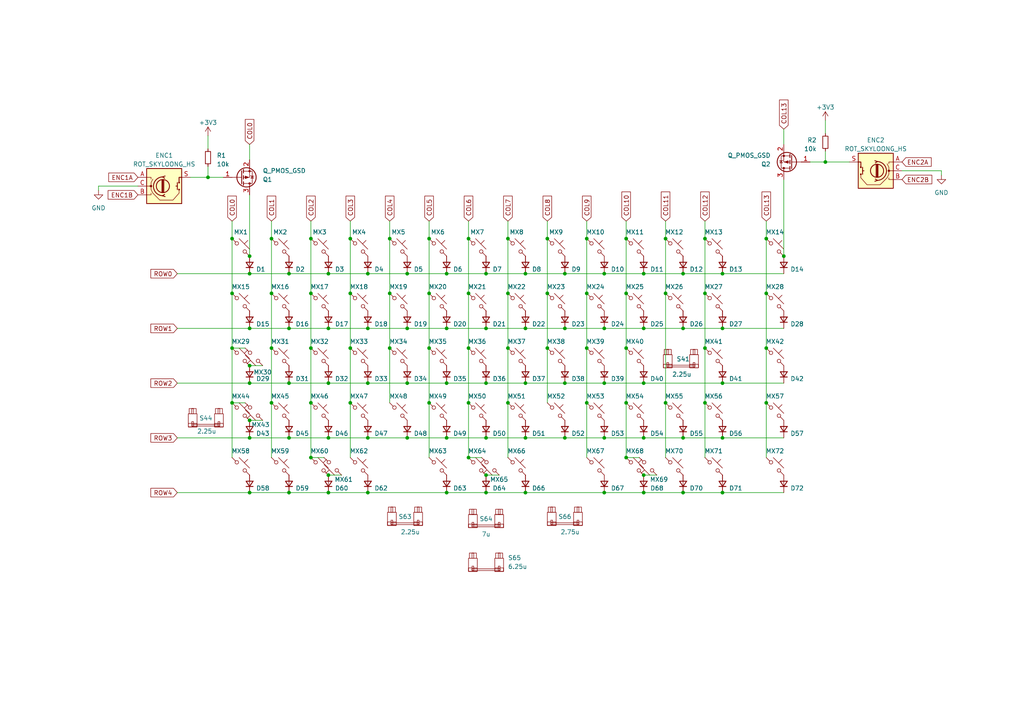
<source format=kicad_sch>
(kicad_sch (version 20231120) (generator "eeschema") (generator_version "8.0")
  (paper "A4")
  (junction (at 90.17 100.965))
  (junction (at 67.31 85.09))
  (junction (at 204.47 69.215))
  (junction (at 175.26 95.25))
  (junction (at 186.69 111.125))
  (junction (at 83.82 79.375))
  (junction (at 198.12 79.375))
  (junction (at 129.54 79.375))
  (junction (at 239.395 46.99))
  (junction (at 140.97 111.125))
  (junction (at 158.75 100.965))
  (junction (at 152.4 111.125))
  (junction (at 204.47 85.09))
  (junction (at 181.61 85.09))
  (junction (at 124.46 116.84))
  (junction (at 193.04 69.215))
  (junction (at 152.4 127))
  (junction (at 175.26 111.125))
  (junction (at 95.25 111.125))
  (junction (at 106.68 79.375))
  (junction (at 135.89 85.09))
  (junction (at 72.39 74.295))
  (junction (at 118.11 111.125))
  (junction (at 124.46 85.09))
  (junction (at 72.39 79.375))
  (junction (at 198.12 142.875))
  (junction (at 90.17 116.84))
  (junction (at 175.26 142.875))
  (junction (at 181.61 132.715))
  (junction (at 135.89 100.965))
  (junction (at 163.83 95.25))
  (junction (at 209.55 95.25))
  (junction (at 118.11 127))
  (junction (at 124.46 69.215))
  (junction (at 78.74 116.84))
  (junction (at 129.54 111.125))
  (junction (at 222.25 116.84))
  (junction (at 101.6 116.84))
  (junction (at 186.69 142.875))
  (junction (at 78.74 85.09))
  (junction (at 124.46 100.965))
  (junction (at 170.18 100.965))
  (junction (at 227.33 74.295))
  (junction (at 186.69 127))
  (junction (at 170.18 69.215))
  (junction (at 90.17 132.715))
  (junction (at 193.04 85.09))
  (junction (at 140.97 127))
  (junction (at 209.55 111.125))
  (junction (at 222.25 100.965))
  (junction (at 181.61 116.84))
  (junction (at 175.26 79.375))
  (junction (at 204.47 100.965))
  (junction (at 135.89 69.215))
  (junction (at 106.68 95.25))
  (junction (at 101.6 85.09))
  (junction (at 101.6 69.215))
  (junction (at 147.32 100.965))
  (junction (at 163.83 79.375))
  (junction (at 90.17 85.09))
  (junction (at 113.03 69.215))
  (junction (at 72.39 95.25))
  (junction (at 106.68 142.875))
  (junction (at 78.74 69.215))
  (junction (at 209.55 127))
  (junction (at 95.25 127))
  (junction (at 140.97 137.795))
  (junction (at 222.25 69.215))
  (junction (at 83.82 127))
  (junction (at 67.31 116.84))
  (junction (at 135.89 116.84))
  (junction (at 118.11 79.375))
  (junction (at 147.32 69.215))
  (junction (at 78.74 100.965))
  (junction (at 72.39 106.045))
  (junction (at 106.68 111.125))
  (junction (at 163.83 111.125))
  (junction (at 129.54 142.875))
  (junction (at 72.39 142.875))
  (junction (at 140.97 142.875))
  (junction (at 170.18 85.09))
  (junction (at 209.55 79.375))
  (junction (at 67.31 69.215))
  (junction (at 72.39 127))
  (junction (at 193.04 116.84))
  (junction (at 135.89 132.715))
  (junction (at 209.55 142.875))
  (junction (at 129.54 127))
  (junction (at 83.82 111.125))
  (junction (at 152.4 79.375))
  (junction (at 113.03 100.965))
  (junction (at 106.68 127))
  (junction (at 186.69 137.795))
  (junction (at 95.25 142.875))
  (junction (at 95.25 137.795))
  (junction (at 147.32 116.84))
  (junction (at 175.26 127))
  (junction (at 60.325 51.435))
  (junction (at 83.82 95.25))
  (junction (at 147.32 85.09))
  (junction (at 101.6 100.965))
  (junction (at 204.47 116.84))
  (junction (at 152.4 142.875))
  (junction (at 152.4 95.25))
  (junction (at 67.31 100.965))
  (junction (at 186.69 95.25))
  (junction (at 158.75 69.215))
  (junction (at 95.25 79.375))
  (junction (at 72.39 111.125))
  (junction (at 181.61 69.215))
  (junction (at 118.11 95.25))
  (junction (at 140.97 95.25))
  (junction (at 186.69 79.375))
  (junction (at 198.12 95.25))
  (junction (at 198.12 127))
  (junction (at 158.75 85.09))
  (junction (at 83.82 142.875))
  (junction (at 72.39 121.92))
  (junction (at 113.03 85.09))
  (junction (at 181.61 100.965))
  (junction (at 140.97 79.375))
  (junction (at 222.25 85.09))
  (junction (at 95.25 95.25))
  (junction (at 129.54 95.25))
  (junction (at 163.83 127))
  (junction (at 90.17 69.215))
  (junction (at 170.18 116.84))
  (wire (pts (xy 152.4 95.25) (xy 163.83 95.25)))
  (wire (pts (xy 209.55 79.375) (xy 227.33 79.375)))
  (wire (pts (xy 140.97 137.795) (xy 144.78 137.795)))
  (wire (pts (xy 198.12 142.875) (xy 209.55 142.875)))
  (wire (pts (xy 90.17 116.84) (xy 90.17 132.715)))
  (wire (pts (xy 261.62 49.53) (xy 273.05 49.53)))
  (wire (pts (xy 239.395 43.815) (xy 239.395 46.99)))
  (wire (pts (xy 147.32 85.09) (xy 147.32 100.965)))
  (wire (pts (xy 222.25 116.84) (xy 222.25 132.715)))
  (wire (pts (xy 181.61 64.135) (xy 181.61 69.215)))
  (wire (pts (xy 152.4 127) (xy 163.83 127)))
  (wire (pts (xy 135.89 69.215) (xy 135.89 85.09)))
  (wire (pts (xy 129.54 142.875) (xy 140.97 142.875)))
  (wire (pts (xy 198.12 127) (xy 209.55 127)))
  (wire (pts (xy 67.31 64.135) (xy 67.31 69.215)))
  (wire (pts (xy 186.69 111.125) (xy 209.55 111.125)))
  (wire (pts (xy 181.61 85.09) (xy 181.61 100.965)))
  (wire (pts (xy 124.46 69.215) (xy 124.46 85.09)))
  (wire (pts (xy 140.97 79.375) (xy 152.4 79.375)))
  (wire (pts (xy 90.17 69.215) (xy 90.17 85.09)))
  (wire (pts (xy 181.61 69.215) (xy 181.61 85.09)))
  (wire (pts (xy 129.54 111.125) (xy 140.97 111.125)))
  (wire (pts (xy 95.25 127) (xy 106.68 127)))
  (wire (pts (xy 140.97 142.875) (xy 152.4 142.875)))
  (wire (pts (xy 78.74 85.09) (xy 78.74 100.965)))
  (wire (pts (xy 152.4 111.125) (xy 163.83 111.125)))
  (wire (pts (xy 239.395 46.99) (xy 234.95 46.99)))
  (wire (pts (xy 147.32 69.215) (xy 147.32 85.09)))
  (wire (pts (xy 124.46 100.965) (xy 124.46 116.84)))
  (wire (pts (xy 135.89 132.715) (xy 139.7 132.715)))
  (wire (pts (xy 124.46 116.84) (xy 124.46 132.715)))
  (wire (pts (xy 40.005 53.975) (xy 28.575 53.975)))
  (wire (pts (xy 67.31 100.965) (xy 71.12 100.965)))
  (wire (pts (xy 95.25 137.795) (xy 99.06 137.795)))
  (wire (pts (xy 90.17 85.09) (xy 90.17 100.965)))
  (wire (pts (xy 95.25 79.375) (xy 106.68 79.375)))
  (wire (pts (xy 67.31 100.965) (xy 67.31 116.84)))
  (wire (pts (xy 170.18 64.135) (xy 170.18 69.215)))
  (wire (pts (xy 60.325 39.37) (xy 60.325 43.18)))
  (wire (pts (xy 113.03 64.135) (xy 113.03 69.215)))
  (wire (pts (xy 113.03 69.215) (xy 113.03 85.09)))
  (wire (pts (xy 222.25 64.135) (xy 222.25 69.215)))
  (wire (pts (xy 72.39 106.045) (xy 76.2 106.045)))
  (wire (pts (xy 204.47 64.135) (xy 204.47 69.215)))
  (wire (pts (xy 193.04 69.215) (xy 193.04 85.09)))
  (wire (pts (xy 222.25 85.09) (xy 222.25 100.965)))
  (wire (pts (xy 95.25 95.25) (xy 106.68 95.25)))
  (wire (pts (xy 129.54 79.375) (xy 140.97 79.375)))
  (wire (pts (xy 83.82 111.125) (xy 95.25 111.125)))
  (wire (pts (xy 135.89 100.965) (xy 135.89 116.84)))
  (wire (pts (xy 186.69 137.795) (xy 190.5 137.795)))
  (wire (pts (xy 83.82 95.25) (xy 95.25 95.25)))
  (wire (pts (xy 106.68 142.875) (xy 129.54 142.875)))
  (wire (pts (xy 129.54 95.25) (xy 140.97 95.25)))
  (wire (pts (xy 55.245 51.435) (xy 60.325 51.435)))
  (wire (pts (xy 124.46 85.09) (xy 124.46 100.965)))
  (wire (pts (xy 106.68 111.125) (xy 118.11 111.125)))
  (wire (pts (xy 72.39 56.515) (xy 72.39 74.295)))
  (wire (pts (xy 198.12 79.375) (xy 209.55 79.375)))
  (wire (pts (xy 163.83 95.25) (xy 175.26 95.25)))
  (wire (pts (xy 186.69 95.25) (xy 198.12 95.25)))
  (wire (pts (xy 78.74 116.84) (xy 78.74 132.715)))
  (wire (pts (xy 158.75 100.965) (xy 158.75 116.84)))
  (wire (pts (xy 72.39 142.875) (xy 83.82 142.875)))
  (wire (pts (xy 140.97 111.125) (xy 152.4 111.125)))
  (wire (pts (xy 158.75 85.09) (xy 158.75 100.965)))
  (wire (pts (xy 175.26 79.375) (xy 186.69 79.375)))
  (wire (pts (xy 101.6 69.215) (xy 101.6 85.09)))
  (wire (pts (xy 118.11 79.375) (xy 129.54 79.375)))
  (wire (pts (xy 158.75 69.215) (xy 158.75 85.09)))
  (wire (pts (xy 129.54 127) (xy 140.97 127)))
  (wire (pts (xy 78.74 69.215) (xy 78.74 85.09)))
  (wire (pts (xy 60.325 51.435) (xy 64.77 51.435)))
  (wire (pts (xy 239.395 34.925) (xy 239.395 38.735)))
  (wire (pts (xy 135.89 64.135) (xy 135.89 69.215)))
  (wire (pts (xy 175.26 127) (xy 186.69 127)))
  (wire (pts (xy 135.89 116.84) (xy 135.89 132.715)))
  (wire (pts (xy 101.6 100.965) (xy 101.6 116.84)))
  (wire (pts (xy 67.31 116.84) (xy 67.31 132.715)))
  (wire (pts (xy 163.83 127) (xy 175.26 127)))
  (wire (pts (xy 209.55 95.25) (xy 227.33 95.25)))
  (wire (pts (xy 95.25 142.875) (xy 106.68 142.875)))
  (wire (pts (xy 95.25 111.125) (xy 106.68 111.125)))
  (wire (pts (xy 170.18 100.965) (xy 170.18 116.84)))
  (wire (pts (xy 181.61 132.715) (xy 185.42 132.715)))
  (wire (pts (xy 181.61 100.965) (xy 181.61 116.84)))
  (wire (pts (xy 51.435 127) (xy 72.39 127)))
  (wire (pts (xy 72.39 41.91) (xy 72.39 46.355)))
  (wire (pts (xy 60.325 48.26) (xy 60.325 51.435)))
  (wire (pts (xy 113.03 100.965) (xy 113.03 116.84)))
  (wire (pts (xy 193.04 116.84) (xy 193.04 132.715)))
  (wire (pts (xy 175.26 142.875) (xy 186.69 142.875)))
  (wire (pts (xy 152.4 79.375) (xy 163.83 79.375)))
  (wire (pts (xy 181.61 116.84) (xy 181.61 132.715)))
  (wire (pts (xy 140.97 95.25) (xy 152.4 95.25)))
  (wire (pts (xy 78.74 100.965) (xy 78.74 116.84)))
  (wire (pts (xy 147.32 100.965) (xy 147.32 116.84)))
  (wire (pts (xy 175.26 111.125) (xy 186.69 111.125)))
  (wire (pts (xy 83.82 142.875) (xy 95.25 142.875)))
  (wire (pts (xy 186.69 142.875) (xy 198.12 142.875)))
  (wire (pts (xy 193.04 85.09) (xy 193.04 116.84)))
  (wire (pts (xy 147.32 116.84) (xy 147.32 132.715)))
  (wire (pts (xy 163.83 111.125) (xy 175.26 111.125)))
  (wire (pts (xy 118.11 127) (xy 129.54 127)))
  (wire (pts (xy 227.33 52.07) (xy 227.33 74.295)))
  (wire (pts (xy 147.32 64.135) (xy 147.32 69.215)))
  (wire (pts (xy 186.69 127) (xy 198.12 127)))
  (wire (pts (xy 170.18 85.09) (xy 170.18 100.965)))
  (wire (pts (xy 124.46 64.135) (xy 124.46 69.215)))
  (wire (pts (xy 72.39 95.25) (xy 83.82 95.25)))
  (wire (pts (xy 67.31 116.84) (xy 71.12 116.84)))
  (wire (pts (xy 51.435 142.875) (xy 72.39 142.875)))
  (wire (pts (xy 83.82 79.375) (xy 95.25 79.375)))
  (wire (pts (xy 198.12 95.25) (xy 209.55 95.25)))
  (wire (pts (xy 204.47 116.84) (xy 204.47 132.715)))
  (wire (pts (xy 106.68 79.375) (xy 118.11 79.375)))
  (wire (pts (xy 67.31 69.215) (xy 67.31 85.09)))
  (wire (pts (xy 204.47 85.09) (xy 204.47 100.965)))
  (wire (pts (xy 101.6 116.84) (xy 101.6 132.715)))
  (wire (pts (xy 222.25 100.965) (xy 222.25 116.84)))
  (wire (pts (xy 222.25 69.215) (xy 222.25 85.09)))
  (wire (pts (xy 90.17 64.135) (xy 90.17 69.215)))
  (wire (pts (xy 204.47 100.965) (xy 204.47 116.84)))
  (wire (pts (xy 239.395 46.99) (xy 246.38 46.99)))
  (wire (pts (xy 170.18 69.215) (xy 170.18 85.09)))
  (wire (pts (xy 140.97 127) (xy 152.4 127)))
  (wire (pts (xy 204.47 69.215) (xy 204.47 85.09)))
  (wire (pts (xy 28.575 53.975) (xy 28.575 55.245)))
  (wire (pts (xy 90.17 100.965) (xy 90.17 116.84)))
  (wire (pts (xy 51.435 111.125) (xy 72.39 111.125)))
  (wire (pts (xy 72.39 121.92) (xy 76.2 121.92)))
  (wire (pts (xy 72.39 79.375) (xy 83.82 79.375)))
  (wire (pts (xy 163.83 79.375) (xy 175.26 79.375)))
  (wire (pts (xy 51.435 95.25) (xy 72.39 95.25)))
  (wire (pts (xy 90.17 132.715) (xy 93.98 132.715)))
  (wire (pts (xy 118.11 95.25) (xy 129.54 95.25)))
  (wire (pts (xy 209.55 111.125) (xy 227.33 111.125)))
  (wire (pts (xy 106.68 127) (xy 118.11 127)))
  (wire (pts (xy 101.6 85.09) (xy 101.6 100.965)))
  (wire (pts (xy 158.75 64.135) (xy 158.75 69.215)))
  (wire (pts (xy 209.55 142.875) (xy 227.33 142.875)))
  (wire (pts (xy 113.03 85.09) (xy 113.03 100.965)))
  (wire (pts (xy 175.26 95.25) (xy 186.69 95.25)))
  (wire (pts (xy 78.74 64.135) (xy 78.74 69.215)))
  (wire (pts (xy 106.68 95.25) (xy 118.11 95.25)))
  (wire (pts (xy 101.6 64.135) (xy 101.6 69.215)))
  (wire (pts (xy 72.39 111.125) (xy 83.82 111.125)))
  (wire (pts (xy 209.55 127) (xy 227.33 127)))
  (wire (pts (xy 186.69 79.375) (xy 198.12 79.375)))
  (wire (pts (xy 83.82 127) (xy 95.25 127)))
  (wire (pts (xy 273.05 49.53) (xy 273.05 50.8)))
  (wire (pts (xy 67.31 85.09) (xy 67.31 100.965)))
  (wire (pts (xy 170.18 116.84) (xy 170.18 132.715)))
  (wire (pts (xy 51.435 79.375) (xy 72.39 79.375)))
  (wire (pts (xy 152.4 142.875) (xy 175.26 142.875)))
  (wire (pts (xy 118.11 111.125) (xy 129.54 111.125)))
  (wire (pts (xy 135.89 85.09) (xy 135.89 100.965)))
  (wire (pts (xy 227.33 37.465) (xy 227.33 41.91)))
  (wire (pts (xy 72.39 127) (xy 83.82 127)))
  (wire (pts (xy 193.04 64.135) (xy 193.04 69.215)))
  (global_label "ROW0" (shape input) (at 51.435 79.375 180) (property "Intersheetrefs" "${INTERSHEET_REFS}" (effects (hide yes))))
  (global_label "ROW1" (shape input) (at 51.435 95.25 180) (property "Intersheetrefs" "${INTERSHEET_REFS}" (effects (hide yes))))
  (global_label "COL5" (shape input) (at 124.46 64.135 90) (property "Intersheetrefs" "${INTERSHEET_REFS}" (effects (hide yes))))
  (global_label "ENC2B" (shape input) (at 261.62 52.07 0) (property "Intersheetrefs" "${INTERSHEET_REFS}" (effects (hide yes))))
  (global_label "ENC1B" (shape input) (at 40.005 56.515 180) (property "Intersheetrefs" "${INTERSHEET_REFS}" (effects (hide yes))))
  (global_label "ENC1A" (shape input) (at 40.005 51.435 180) (property "Intersheetrefs" "${INTERSHEET_REFS}" (effects (hide yes))))
  (global_label "COL13" (shape input) (at 222.25 64.135 90) (property "Intersheetrefs" "${INTERSHEET_REFS}" (effects (hide yes))))
  (global_label "COL11" (shape input) (at 193.04 64.135 90) (property "Intersheetrefs" "${INTERSHEET_REFS}" (effects (hide yes))))
  (global_label "COL1" (shape input) (at 78.74 64.135 90) (property "Intersheetrefs" "${INTERSHEET_REFS}" (effects (hide yes))))
  (global_label "COL12" (shape input) (at 204.47 64.135 90) (property "Intersheetrefs" "${INTERSHEET_REFS}" (effects (hide yes))))
  (global_label "COL2" (shape input) (at 90.17 64.135 90) (property "Intersheetrefs" "${INTERSHEET_REFS}" (effects (hide yes))))
  (global_label "ROW3" (shape input) (at 51.435 127 180) (property "Intersheetrefs" "${INTERSHEET_REFS}" (effects (hide yes))))
  (global_label "COL13" (shape input) (at 227.33 37.465 90) (property "Intersheetrefs" "${INTERSHEET_REFS}" (effects (hide yes))))
  (global_label "ENC2A" (shape input) (at 261.62 46.99 0) (property "Intersheetrefs" "${INTERSHEET_REFS}" (effects (hide yes))))
  (global_label "COL10" (shape input) (at 181.61 64.135 90) (property "Intersheetrefs" "${INTERSHEET_REFS}" (effects (hide yes))))
  (global_label "COL6" (shape input) (at 135.89 64.135 90) (property "Intersheetrefs" "${INTERSHEET_REFS}" (effects (hide yes))))
  (global_label "COL9" (shape input) (at 170.18 64.135 90) (property "Intersheetrefs" "${INTERSHEET_REFS}" (effects (hide yes))))
  (global_label "COL7" (shape input) (at 147.32 64.135 90) (property "Intersheetrefs" "${INTERSHEET_REFS}" (effects (hide yes))))
  (global_label "COL0" (shape input) (at 72.39 41.91 90) (property "Intersheetrefs" "${INTERSHEET_REFS}" (effects (hide yes))))
  (global_label "COL8" (shape input) (at 158.75 64.135 90) (property "Intersheetrefs" "${INTERSHEET_REFS}" (effects (hide yes))))
  (global_label "COL3" (shape input) (at 101.6 64.135 90) (property "Intersheetrefs" "${INTERSHEET_REFS}" (effects (hide yes))))
  (global_label "COL4" (shape input) (at 113.03 64.135 90) (property "Intersheetrefs" "${INTERSHEET_REFS}" (effects (hide yes))))
  (global_label "ROW4" (shape input) (at 51.435 142.875 180) (property "Intersheetrefs" "${INTERSHEET_REFS}" (effects (hide yes))))
  (global_label "ROW2" (shape input) (at 51.435 111.125 180) (property "Intersheetrefs" "${INTERSHEET_REFS}" (effects (hide yes))))
  (global_label "COL0" (shape input) (at 67.31 64.135 90) (property "Intersheetrefs" "${INTERSHEET_REFS}" (effects (hide yes))))
  (symbol (lib_id "PCM_marbastlib-mx:MX_SW_HS_CPG151101S11") (at 224.79 103.505 0) (unit 1)
    (property "Reference" "MX42" (at 224.79 99.06 0))
    (property "Value" "MX_SW_HS" (effects (hide yes)))
    (property "Footprint" "PCM_marbastlib-mx:SW_MX_HS_CPG151101S11_1u" (effects (hide yes)))
  )
  (symbol (lib_id "Device:D_Small") (at 129.54 108.585 90) (unit 1)
    (property "Reference" "D35" (at 131.445 109.855 90) (effects (justify right)))
    (property "Value" "D_Small" (effects (hide yes)))
    (property "Footprint" "Diode_SMD:D_SOD-123" (effects (hide yes)))
    (property "Sim.Device" "D" (effects (hide yes)))
    (property "Sim.Pins" "1=K 2=A" (effects (hide yes)))
  )
  (symbol (lib_id "Device:R_Small") (at 60.325 45.72 0) (unit 1)
    (property "Reference" "R1" (at 62.865 45.085 0) (effects (justify left)))
    (property "Value" "10k" (at 62.865 47.625 0) (effects (justify left)))
    (property "Footprint" "Resistor_SMD:R_0603_1608Metric" (effects (hide yes)))
  )
  (symbol (lib_id "Device:D_Small") (at 163.83 124.46 90) (unit 1)
    (property "Reference" "D52" (at 165.735 125.73 90) (effects (justify right)))
    (property "Value" "D_Small" (effects (hide yes)))
    (property "Footprint" "Diode_SMD:D_SOD-123" (effects (hide yes)))
    (property "Sim.Device" "D" (effects (hide yes)))
    (property "Sim.Pins" "1=K 2=A" (effects (hide yes)))
  )
  (symbol (lib_id "Device:D_Small") (at 95.25 76.835 90) (unit 1)
    (property "Reference" "D3" (at 97.155 78.105 90) (effects (justify right)))
    (property "Value" "D_Small" (effects (hide yes)))
    (property "Footprint" "Diode_SMD:D_SOD-123" (effects (hide yes)))
    (property "Sim.Device" "D" (effects (hide yes)))
    (property "Sim.Pins" "1=K 2=A" (effects (hide yes)))
  )
  (symbol (lib_id "Device:D_Small") (at 163.83 108.585 90) (unit 1)
    (property "Reference" "D38" (at 165.735 109.855 90) (effects (justify right)))
    (property "Value" "D_Small" (effects (hide yes)))
    (property "Footprint" "Diode_SMD:D_SOD-123" (effects (hide yes)))
    (property "Sim.Device" "D" (effects (hide yes)))
    (property "Sim.Pins" "1=K 2=A" (effects (hide yes)))
  )
  (symbol (lib_id "Device:D_Small") (at 83.82 76.835 90) (unit 1)
    (property "Reference" "D2" (at 85.725 78.105 90) (effects (justify right)))
    (property "Value" "D_Small" (effects (hide yes)))
    (property "Footprint" "Diode_SMD:D_SOD-123" (effects (hide yes)))
    (property "Sim.Device" "D" (effects (hide yes)))
    (property "Sim.Pins" "1=K 2=A" (effects (hide yes)))
  )
  (symbol (lib_id "Device:D_Small") (at 72.39 92.71 90) (unit 1)
    (property "Reference" "D15" (at 74.295 93.98 90) (effects (justify right)))
    (property "Value" "D_Small" (effects (hide yes)))
    (property "Footprint" "Diode_SMD:D_SOD-123" (effects (hide yes)))
    (property "Sim.Device" "D" (effects (hide yes)))
    (property "Sim.Pins" "1=K 2=A" (effects (hide yes)))
  )
  (symbol (lib_id "PCM_marbastlib-mx:MX_stab") (at 197.485 104.14 0) (unit 1)
    (property "Reference" "S41" (at 196.215 104.14 0) (effects (justify left)))
    (property "Value" "2.25u" (at 194.945 108.585 0) (effects (justify left)))
    (property "Footprint" "PCM_marbastlib-mx:STAB_MX_P_2.25u" (effects (hide yes)))
  )
  (symbol (lib_id "PCM_marbastlib-mx:MX_SW_HS_CPG151101S11") (at 92.71 71.755 0) (unit 1)
    (property "Reference" "MX3" (at 92.71 67.31 0))
    (property "Value" "MX_SW_HS" (effects (hide yes)))
    (property "Footprint" "PCM_marbastlib-mx:SW_MX_HS_CPG151101S11_1u" (effects (hide yes)))
  )
  (symbol (lib_id "Device:D_Small") (at 83.82 140.335 90) (unit 1)
    (property "Reference" "D59" (at 85.725 141.605 90) (effects (justify right)))
    (property "Value" "D_Small" (effects (hide yes)))
    (property "Footprint" "Diode_SMD:D_SOD-123" (effects (hide yes)))
    (property "Sim.Device" "D" (effects (hide yes)))
    (property "Sim.Pins" "1=K 2=A" (effects (hide yes)))
  )
  (symbol (lib_id "Device:D_Small") (at 152.4 140.335 90) (unit 1)
    (property "Reference" "D66" (at 154.305 141.605 90) (effects (justify right)))
    (property "Value" "D_Small" (effects (hide yes)))
    (property "Footprint" "Diode_SMD:D_SOD-123" (effects (hide yes)))
    (property "Sim.Device" "D" (effects (hide yes)))
    (property "Sim.Pins" "1=K 2=A" (effects (hide yes)))
  )
  (symbol (lib_id "PCM_marbastlib-mx:MX_SW_HS_CPG151101S11") (at 172.72 71.755 0) (unit 1)
    (property "Reference" "MX10" (at 172.72 67.31 0))
    (property "Value" "MX_SW_HS" (effects (hide yes)))
    (property "Footprint" "PCM_marbastlib-mx:SW_MX_HS_CPG151101S11_1u" (effects (hide yes)))
  )
  (symbol (lib_id "PCM_marbastlib-mx:MX_stab") (at 140.97 163.195 0) (unit 1)
    (property "Reference" "S65" (at 147.32 161.7979 0) (effects (justify left)))
    (property "Value" "6.25u" (at 147.32 164.3379 0) (effects (justify left)))
    (property "Footprint" "PCM_marbastlib-mx:STAB_MX_P_6.25u" (effects (hide yes)))
    (property "Description" "Cherry MX-style stabilizer" (effects (hide yes)))
  )
  (symbol (lib_id "Device:D_Small") (at 140.97 76.835 90) (unit 1)
    (property "Reference" "D7" (at 142.875 78.105 90) (effects (justify right)))
    (property "Value" "D_Small" (effects (hide yes)))
    (property "Footprint" "Diode_SMD:D_SOD-123" (effects (hide yes)))
    (property "Sim.Device" "D" (effects (hide yes)))
    (property "Sim.Pins" "1=K 2=A" (effects (hide yes)))
  )
  (symbol (lib_id "PCM_marbastlib-mx:MX_SW_HS_CPG151101S11") (at 81.28 119.38 0) (unit 1)
    (property "Reference" "MX45" (at 81.28 114.935 0))
    (property "Value" "MX_SW_HS" (effects (hide yes)))
    (property "Footprint" "PCM_marbastlib-mx:SW_MX_HS_CPG151101S11_1u" (effects (hide yes)))
  )
  (symbol (lib_id "PCM_marbastlib-mx:MX_SW_HS_CPG151101S11") (at 224.79 71.755 0) (unit 1)
    (property "Reference" "MX14" (at 224.79 67.31 0))
    (property "Value" "MX_SW_HS" (effects (hide yes)))
    (property "Footprint" "PCM_marbastlib-mx:SW_MX_HS_CPG151101S11_1u" (effects (hide yes)))
  )
  (symbol (lib_id "power:GND") (at 28.575 55.245 0) (unit 1)
    (property "Reference" "#PWR05" (effects (hide yes)))
    (property "Value" "GND" (at 28.575 60.325 0))
  )
  (symbol (lib_id "Device:D_Small") (at 95.25 124.46 90) (unit 1)
    (property "Reference" "D46" (at 97.155 125.73 90) (effects (justify right)))
    (property "Value" "D_Small" (effects (hide yes)))
    (property "Footprint" "Diode_SMD:D_SOD-123" (effects (hide yes)))
    (property "Sim.Device" "D" (effects (hide yes)))
    (property "Sim.Pins" "1=K 2=A" (effects (hide yes)))
  )
  (symbol (lib_id "Device:D_Small") (at 129.54 140.335 90) (unit 1)
    (property "Reference" "D63" (at 131.445 141.605 90) (effects (justify right)))
    (property "Value" "D_Small" (effects (hide yes)))
    (property "Footprint" "Diode_SMD:D_SOD-123" (effects (hide yes)))
    (property "Sim.Device" "D" (effects (hide yes)))
    (property "Sim.Pins" "1=K 2=A" (effects (hide yes)))
  )
  (symbol (lib_id "Device:D_Small") (at 175.26 92.71 90) (unit 1)
    (property "Reference" "D24" (at 177.165 93.98 90) (effects (justify right)))
    (property "Value" "D_Small" (effects (hide yes)))
    (property "Footprint" "Diode_SMD:D_SOD-123" (effects (hide yes)))
    (property "Sim.Device" "D" (effects (hide yes)))
    (property "Sim.Pins" "1=K 2=A" (effects (hide yes)))
  )
  (symbol (lib_id "PCM_marbastlib-mx:MX_SW_HS_CPG151101S11") (at 115.57 87.63 0) (unit 1)
    (property "Reference" "MX19" (at 115.57 83.185 0))
    (property "Value" "MX_SW_HS" (effects (hide yes)))
    (property "Footprint" "PCM_marbastlib-mx:SW_MX_HS_CPG151101S11_1u" (effects (hide yes)))
  )
  (symbol (lib_id "Device:D_Small") (at 72.39 76.835 90) (unit 1)
    (property "Reference" "D1" (at 74.295 78.105 90) (effects (justify right)))
    (property "Value" "D_Small" (effects (hide yes)))
    (property "Footprint" "Diode_SMD:D_SOD-123" (effects (hide yes)))
    (property "Sim.Device" "D" (effects (hide yes)))
    (property "Sim.Pins" "1=K 2=A" (effects (hide yes)))
  )
  (symbol (lib_id "Device:D_Small") (at 227.33 92.71 90) (unit 1)
    (property "Reference" "D28" (at 229.235 93.98 90) (effects (justify right)))
    (property "Value" "D_Small" (effects (hide yes)))
    (property "Footprint" "Diode_SMD:D_SOD-123" (effects (hide yes)))
    (property "Sim.Device" "D" (effects (hide yes)))
    (property "Sim.Pins" "1=K 2=A" (effects (hide yes)))
  )
  (symbol (lib_id "PCM_marbastlib-mx:MX_SW_HS_CPG151101S11") (at 184.15 71.755 0) (unit 1)
    (property "Reference" "MX11" (at 184.15 67.31 0))
    (property "Value" "MX_SW_HS" (effects (hide yes)))
    (property "Footprint" "PCM_marbastlib-mx:SW_MX_HS_CPG151101S11_1u" (effects (hide yes)))
  )
  (symbol (lib_id "Device:D_Small") (at 198.12 76.835 90) (unit 1)
    (property "Reference" "D12" (at 200.025 78.105 90) (effects (justify right)))
    (property "Value" "D_Small" (effects (hide yes)))
    (property "Footprint" "Diode_SMD:D_SOD-123" (effects (hide yes)))
    (property "Sim.Device" "D" (effects (hide yes)))
    (property "Sim.Pins" "1=K 2=A" (effects (hide yes)))
  )
  (symbol (lib_id "PCM_marbastlib-mx:MX_SW_HS_CPG151101S11") (at 184.15 87.63 0) (unit 1)
    (property "Reference" "MX25" (at 184.15 83.185 0))
    (property "Value" "MX_SW_HS" (effects (hide yes)))
    (property "Footprint" "PCM_marbastlib-mx:SW_MX_HS_CPG151101S11_1u" (effects (hide yes)))
  )
  (symbol (lib_id "Device:D_Small") (at 106.68 140.335 90) (unit 1)
    (property "Reference" "D62" (at 108.585 141.605 90) (effects (justify right)))
    (property "Value" "D_Small" (effects (hide yes)))
    (property "Footprint" "Diode_SMD:D_SOD-123" (effects (hide yes)))
    (property "Sim.Device" "D" (effects (hide yes)))
    (property "Sim.Pins" "1=K 2=A" (effects (hide yes)))
  )
  (symbol (lib_id "Device:D_Small") (at 152.4 124.46 90) (unit 1)
    (property "Reference" "D51" (at 154.305 125.73 90) (effects (justify right)))
    (property "Value" "D_Small" (effects (hide yes)))
    (property "Footprint" "Diode_SMD:D_SOD-123" (effects (hide yes)))
    (property "Sim.Device" "D" (effects (hide yes)))
    (property "Sim.Pins" "1=K 2=A" (effects (hide yes)))
  )
  (symbol (lib_id "PCM_marbastlib-mx:MX_SW_HS_CPG151101S11") (at 104.14 87.63 0) (unit 1)
    (property "Reference" "MX18" (at 104.14 83.185 0))
    (property "Value" "MX_SW_HS" (effects (hide yes)))
    (property "Footprint" "PCM_marbastlib-mx:SW_MX_HS_CPG151101S11_1u" (effects (hide yes)))
  )
  (symbol (lib_id "power:+3V3") (at 60.325 39.37 0) (unit 1)
    (property "Reference" "#PWR010" (effects (hide yes)))
    (property "Value" "+3V3" (at 60.325 35.56 0))
  )
  (symbol (lib_id "PCM_marbastlib-mx:MX_SW_HS_CPG151101S11") (at 127 135.255 0) (unit 1)
    (property "Reference" "MX63" (at 127 130.81 0))
    (property "Value" "MX_SW_HS" (effects (hide yes)))
    (property "Footprint" "PCM_marbastlib-mx:SW_MX_HS_CPG151101S11_1u" (effects (hide yes)))
  )
  (symbol (lib_id "Device:D_Small") (at 175.26 124.46 90) (unit 1)
    (property "Reference" "D53" (at 177.165 125.73 90) (effects (justify right)))
    (property "Value" "D_Small" (effects (hide yes)))
    (property "Footprint" "Diode_SMD:D_SOD-123" (effects (hide yes)))
    (property "Sim.Device" "D" (effects (hide yes)))
    (property "Sim.Pins" "1=K 2=A" (effects (hide yes)))
  )
  (symbol (lib_id "PCM_marbastlib-mx:MX_SW_HS_CPG151101S11") (at 149.86 87.63 0) (unit 1)
    (property "Reference" "MX22" (at 149.86 83.185 0))
    (property "Value" "MX_SW_HS" (effects (hide yes)))
    (property "Footprint" "PCM_marbastlib-mx:SW_MX_HS_CPG151101S11_1u" (effects (hide yes)))
  )
  (symbol (lib_id "Device:D_Small") (at 129.54 76.835 90) (unit 1)
    (property "Reference" "D6" (at 131.445 78.105 90) (effects (justify right)))
    (property "Value" "D_Small" (effects (hide yes)))
    (property "Footprint" "Diode_SMD:D_SOD-123" (effects (hide yes)))
    (property "Sim.Device" "D" (effects (hide yes)))
    (property "Sim.Pins" "1=K 2=A" (effects (hide yes)))
  )
  (symbol (lib_id "PCM_marbastlib-mx:MX_SW_HS_CPG151101S11") (at 115.57 119.38 0) (unit 1)
    (property "Reference" "MX48" (at 115.57 114.935 0))
    (property "Value" "MX_SW_HS" (effects (hide yes)))
    (property "Footprint" "PCM_marbastlib-mx:SW_MX_HS_CPG151101S11_1u" (effects (hide yes)))
  )
  (symbol (lib_id "PCM_marbastlib-mx:MX_SW_HS_CPG151101S11") (at 69.85 71.755 0) (unit 1)
    (property "Reference" "MX1" (at 69.85 67.31 0))
    (property "Value" "MX_SW_HS" (effects (hide yes)))
    (property "Footprint" "PCM_marbastlib-mx:SW_MX_HS_CPG151101S11_1u" (effects (hide yes)))
  )
  (symbol (lib_id "PCM_marbastlib-mx:MX_SW_HS_CPG151101S11") (at 195.58 119.38 0) (unit 1)
    (property "Reference" "MX55" (at 195.58 114.935 0))
    (property "Value" "MX_SW_HS" (effects (hide yes)))
    (property "Footprint" "PCM_marbastlib-mx:SW_MX_HS_CPG151101S11_1u" (effects (hide yes)))
  )
  (symbol (lib_id "PCM_marbastlib-mx:MX_SW_HS_CPG151101S11") (at 127 87.63 0) (unit 1)
    (property "Reference" "MX20" (at 127 83.185 0))
    (property "Value" "MX_SW_HS" (effects (hide yes)))
    (property "Footprint" "PCM_marbastlib-mx:SW_MX_HS_CPG151101S11_1u" (effects (hide yes)))
  )
  (symbol (lib_id "Device:D_Small") (at 163.83 76.835 90) (unit 1)
    (property "Reference" "D9" (at 165.735 78.105 90) (effects (justify right)))
    (property "Value" "D_Small" (effects (hide yes)))
    (property "Footprint" "Diode_SMD:D_SOD-123" (effects (hide yes)))
    (property "Sim.Device" "D" (effects (hide yes)))
    (property "Sim.Pins" "1=K 2=A" (effects (hide yes)))
  )
  (symbol (lib_id "Device:D_Small") (at 118.11 92.71 90) (unit 1)
    (property "Reference" "D19" (at 120.015 93.98 90) (effects (justify right)))
    (property "Value" "D_Small" (effects (hide yes)))
    (property "Footprint" "Diode_SMD:D_SOD-123" (effects (hide yes)))
    (property "Sim.Device" "D" (effects (hide yes)))
    (property "Sim.Pins" "1=K 2=A" (effects (hide yes)))
  )
  (symbol (lib_id "PCM_marbastlib-mx:MX_SW_HS_CPG151101S11") (at 207.01 119.38 0) (unit 1)
    (property "Reference" "MX56" (at 207.01 114.935 0))
    (property "Value" "MX_SW_HS" (effects (hide yes)))
    (property "Footprint" "PCM_marbastlib-mx:SW_MX_HS_CPG151101S11_1.75u" (effects (hide yes)))
  )
  (symbol (lib_id "Device:D_Small") (at 209.55 140.335 90) (unit 1)
    (property "Reference" "D71" (at 211.455 141.605 90) (effects (justify right)))
    (property "Value" "D_Small" (effects (hide yes)))
    (property "Footprint" "Diode_SMD:D_SOD-123" (effects (hide yes)))
    (property "Sim.Device" "D" (effects (hide yes)))
    (property "Sim.Pins" "1=K 2=A" (effects (hide yes)))
  )
  (symbol (lib_id "Device:D_Small") (at 118.11 124.46 90) (unit 1)
    (property "Reference" "D48" (at 120.015 125.73 90) (effects (justify right)))
    (property "Value" "D_Small" (effects (hide yes)))
    (property "Footprint" "Diode_SMD:D_SOD-123" (effects (hide yes)))
    (property "Sim.Device" "D" (effects (hide yes)))
    (property "Sim.Pins" "1=K 2=A" (effects (hide yes)))
  )
  (symbol (lib_id "Device:D_Small") (at 227.33 140.335 90) (unit 1)
    (property "Reference" "D72" (at 229.235 141.605 90) (effects (justify right)))
    (property "Value" "D_Small" (effects (hide yes)))
    (property "Footprint" "Diode_SMD:D_SOD-123" (effects (hide yes)))
    (property "Sim.Device" "D" (effects (hide yes)))
    (property "Sim.Pins" "1=K 2=A" (effects (hide yes)))
  )
  (symbol (lib_id "Device:D_Small") (at 95.25 140.335 90) (unit 1)
    (property "Reference" "D60" (at 97.155 141.605 90) (effects (justify right)))
    (property "Value" "D_Small" (effects (hide yes)))
    (property "Footprint" "Diode_SMD:D_SOD-123" (effects (hide yes)))
    (property "Sim.Device" "D" (effects (hide yes)))
    (property "Sim.Pins" "1=K 2=A" (effects (hide yes)))
  )
  (symbol (lib_id "PCM_marbastlib-mx:MX_SW_HS_CPG151101S11") (at 115.57 71.755 0) (unit 1)
    (property "Reference" "MX5" (at 115.57 67.31 0))
    (property "Value" "MX_SW_HS" (effects (hide yes)))
    (property "Footprint" "PCM_marbastlib-mx:SW_MX_HS_CPG151101S11_1u" (effects (hide yes)))
  )
  (symbol (lib_id "PCM_marbastlib-mx:MX_SW_HS_CPG151101S11") (at 224.79 119.38 0) (unit 1)
    (property "Reference" "MX57" (at 224.79 114.935 0))
    (property "Value" "MX_SW_HS" (effects (hide yes)))
    (property "Footprint" "PCM_marbastlib-mx:SW_MX_HS_CPG151101S11_1u" (effects (hide yes)))
  )
  (symbol (lib_id "PCM_marbastlib-mx:MX_SW_HS_CPG151101S11") (at 195.58 87.63 0) (unit 1)
    (property "Reference" "MX26" (at 195.58 83.185 0))
    (property "Value" "MX_SW_HS" (effects (hide yes)))
    (property "Footprint" "PCM_marbastlib-mx:SW_MX_HS_CPG151101S11_1.5u" (effects (hide yes)))
  )
  (symbol (lib_id "PCM_marbastlib-mx:MX_SW_HS_CPG151101S11") (at 142.24 135.255 180) (unit 1)
    (property "Reference" "MX65" (at 144.78 139.065 0))
    (property "Value" "MX_SW_HS" (effects (hide yes)))
    (property "Footprint" "PCM_marbastlib-mx:SW_MX_HS_CPG151101S11_1u" (effects (hide yes)))
  )
  (symbol (lib_id "PCM_marbastlib-mx:MX_SW_HS_CPG151101S11") (at 172.72 103.505 0) (unit 1)
    (property "Reference" "MX39" (at 172.72 99.06 0))
    (property "Value" "MX_SW_HS" (effects (hide yes)))
    (property "Footprint" "PCM_marbastlib-mx:SW_MX_HS_CPG151101S11_1u" (effects (hide yes)))
  )
  (symbol (lib_id "PCM_marbastlib-mx:MX_stab") (at 117.475 149.86 0) (unit 1)
    (property "Reference" "S63" (at 115.57 149.86 0) (effects (justify left)))
    (property "Value" "2.25u" (at 116.205 154.305 0) (effects (justify left)))
    (property "Footprint" "PCM_marbastlib-mx:STAB_MX_P_2.25u" (effects (hide yes)))
  )
  (symbol (lib_id "PCM_marbastlib-mx:MX_stab") (at 140.97 150.495 0) (unit 1)
    (property "Reference" "S64" (at 139.065 150.495 0) (effects (justify left)))
    (property "Value" "7u" (at 139.7 154.94 0) (effects (justify left)))
    (property "Footprint" "PCM_marbastlib-mx:STAB_MX_P_7u" (effects (hide yes)))
  )
  (symbol (lib_id "PCM_marbastlib-mx:MX_SW_HS_CPG151101S11") (at 184.15 135.255 0) (unit 1)
    (property "Reference" "MX68" (at 184.15 130.81 0))
    (property "Value" "MX_SW_HS" (effects (hide yes)))
    (property "Footprint" "PCM_marbastlib-mx:SW_MX_HS_CPG151101S11_1.75u" (effects (hide yes)))
  )
  (symbol (lib_id "PCM_marbastlib-mx:MX_SW_HS_CPG151101S11") (at 207.01 71.755 0) (unit 1)
    (property "Reference" "MX13" (at 207.01 67.31 0))
    (property "Value" "MX_SW_HS" (effects (hide yes)))
    (property "Footprint" "PCM_marbastlib-mx:SW_MX_HS_CPG151101S11_1u" (effects (hide yes)))
  )
  (symbol (lib_id "Device:D_Small") (at 227.33 76.835 90) (unit 1)
    (property "Reference" "D14" (at 229.235 78.105 90) (effects (justify right)))
    (property "Value" "D_Small" (effects (hide yes)))
    (property "Footprint" "Diode_SMD:D_SOD-123" (effects (hide yes)))
    (property "Sim.Device" "D" (effects (hide yes)))
    (property "Sim.Pins" "1=K 2=A" (effects (hide yes)))
  )
  (symbol (lib_id "Device:D_Small") (at 140.97 124.46 90) (unit 1)
    (property "Reference" "D50" (at 142.875 125.73 90) (effects (justify right)))
    (property "Value" "D_Small" (effects (hide yes)))
    (property "Footprint" "Diode_SMD:D_SOD-123" (effects (hide yes)))
    (property "Sim.Device" "D" (effects (hide yes)))
    (property "Sim.Pins" "1=K 2=A" (effects (hide yes)))
  )
  (symbol (lib_id "PCM_marbastlib-mx:MX_SW_HS_CPG151101S11") (at 96.52 135.255 180) (unit 1)
    (property "Reference" "MX61" (at 99.695 139.065 0))
    (property "Value" "MX_SW_HS" (effects (hide yes)))
    (property "Footprint" "PCM_marbastlib-mx:SW_MX_HS_CPG151101S11_1.5u" (effects (hide yes)))
  )
  (symbol (lib_id "Device:D_Small") (at 152.4 92.71 90) (unit 1)
    (property "Reference" "D22" (at 154.305 93.98 90) (effects (justify right)))
    (property "Value" "D_Small" (effects (hide yes)))
    (property "Footprint" "Diode_SMD:D_SOD-123" (effects (hide yes)))
    (property "Sim.Device" "D" (effects (hide yes)))
    (property "Sim.Pins" "1=K 2=A" (effects (hide yes)))
  )
  (symbol (lib_id "PCM_marbastlib-various:ROT_SKYLOONG_HS-Switch") (at 47.625 53.975 0) (unit 1) (in_bom no)
    (property "Reference" "ENC1" (at 47.625 45.085 0))
    (property "Value" "ROT_SKYLOONG_HS" (at 47.625 47.625 0))
    (property "Footprint" "PCM_marbastlib-various:ROT_SKYLOONG_HS-Switch" (effects (hide yes)))
    (property "Datasheet" "https://skyloong.vip/products/abs-hot-swappable-knobs-madule" (effects (hide yes)))
  )
  (symbol (lib_id "PCM_marbastlib-mx:MX_SW_HS_CPG151101S11") (at 104.14 71.755 0) (unit 1)
    (property "Reference" "MX4" (at 104.14 67.31 0))
    (property "Value" "MX_SW_HS" (effects (hide yes)))
    (property "Footprint" "PCM_marbastlib-mx:SW_MX_HS_CPG151101S11_1u" (effects (hide yes)))
  )
  (symbol (lib_id "PCM_marbastlib-mx:MX_SW_HS_CPG151101S11") (at 172.72 135.255 0) (unit 1)
    (property "Reference" "MX67" (at 172.72 130.81 0))
    (property "Value" "MX_SW_HS" (effects (hide yes)))
    (property "Footprint" "PCM_marbastlib-mx:SW_MX_HS_CPG151101S11_1u" (effects (hide yes)))
  )
  (symbol (lib_id "Device:D_Small") (at 106.68 92.71 90) (unit 1)
    (property "Reference" "D18" (at 108.585 93.98 90) (effects (justify right)))
    (property "Value" "D_Small" (effects (hide yes)))
    (property "Footprint" "Diode_SMD:D_SOD-123" (effects (hide yes)))
    (property "Sim.Device" "D" (effects (hide yes)))
    (property "Sim.Pins" "1=K 2=A" (effects (hide yes)))
  )
  (symbol (lib_id "PCM_marbastlib-mx:MX_SW_HS_CPG151101S11") (at 81.28 71.755 0) (unit 1)
    (property "Reference" "MX2" (at 81.28 67.31 0))
    (property "Value" "MX_SW_HS" (effects (hide yes)))
    (property "Footprint" "PCM_marbastlib-mx:SW_MX_HS_CPG151101S11_1u" (effects (hide yes)))
  )
  (symbol (lib_id "Device:D_Small") (at 72.39 140.335 90) (unit 1)
    (property "Reference" "D58" (at 74.295 141.605 90) (effects (justify right)))
    (property "Value" "D_Small" (effects (hide yes)))
    (property "Footprint" "Diode_SMD:D_SOD-123" (effects (hide yes)))
    (property "Sim.Device" "D" (effects (hide yes)))
    (property "Sim.Pins" "1=K 2=A" (effects (hide yes)))
  )
  (symbol (lib_id "PCM_marbastlib-mx:MX_SW_HS_CPG151101S11") (at 187.96 135.255 180) (unit 1)
    (property "Reference" "MX69" (at 191.135 139.065 0))
    (property "Value" "MX_SW_HS" (effects (hide yes)))
    (property "Footprint" "PCM_marbastlib-mx:SW_MX_HS_CPG151101S11_1.25u" (effects (hide yes)))
  )
  (symbol (lib_id "power:+3V3") (at 239.395 34.925 0) (unit 1)
    (property "Reference" "#PWR014" (effects (hide yes)))
    (property "Value" "+3V3" (at 239.395 31.115 0))
  )
  (symbol (lib_id "Device:D_Small") (at 186.69 76.835 90) (unit 1)
    (property "Reference" "D11" (at 188.595 78.105 90) (effects (justify right)))
    (property "Value" "D_Small" (effects (hide yes)))
    (property "Footprint" "Diode_SMD:D_SOD-123" (effects (hide yes)))
    (property "Sim.Device" "D" (effects (hide yes)))
    (property "Sim.Pins" "1=K 2=A" (effects (hide yes)))
  )
  (symbol (lib_id "PCM_marbastlib-mx:MX_SW_HS_CPG151101S11") (at 172.72 119.38 0) (unit 1)
    (property "Reference" "MX53" (at 172.72 114.935 0))
    (property "Value" "MX_SW_HS" (effects (hide yes)))
    (property "Footprint" "PCM_marbastlib-mx:SW_MX_HS_CPG151101S11_1u" (effects (hide yes)))
  )
  (symbol (lib_id "PCM_marbastlib-mx:MX_SW_HS_CPG151101S11") (at 224.79 87.63 0) (unit 1)
    (property "Reference" "MX28" (at 224.79 83.185 0))
    (property "Value" "MX_SW_HS" (effects (hide yes)))
    (property "Footprint" "PCM_marbastlib-mx:SW_MX_HS_CPG151101S11_1u" (effects (hide yes)))
  )
  (symbol (lib_id "PCM_marbastlib-mx:MX_SW_HS_CPG151101S11") (at 92.71 87.63 0) (unit 1)
    (property "Reference" "MX17" (at 92.71 83.185 0))
    (property "Value" "MX_SW_HS" (effects (hide yes)))
    (property "Footprint" "PCM_marbastlib-mx:SW_MX_HS_CPG151101S11_1u" (effects (hide yes)))
  )
  (symbol (lib_id "PCM_marbastlib-mx:MX_SW_HS_CPG151101S11") (at 195.58 135.255 0) (unit 1)
    (property "Reference" "MX70" (at 195.58 130.81 0))
    (property "Value" "MX_SW_HS" (effects (hide yes)))
    (property "Footprint" "PCM_marbastlib-mx:SW_MX_HS_CPG151101S11_1u" (effects (hide yes)))
  )
  (symbol (lib_id "Device:D_Small") (at 186.69 124.46 90) (unit 1)
    (property "Reference" "D54" (at 188.595 125.73 90) (effects (justify right)))
    (property "Value" "D_Small" (effects (hide yes)))
    (property "Footprint" "Diode_SMD:D_SOD-123" (effects (hide yes)))
    (property "Sim.Device" "D" (effects (hide yes)))
    (property "Sim.Pins" "1=K 2=A" (effects (hide yes)))
  )
  (symbol (lib_id "PCM_marbastlib-mx:MX_SW_HS_CPG151101S11") (at 127 103.505 0) (unit 1)
    (property "Reference" "MX35" (at 127 99.06 0))
    (property "Value" "MX_SW_HS" (effects (hide yes)))
    (property "Footprint" "PCM_marbastlib-mx:SW_MX_HS_CPG151101S11_1u" (effects (hide yes)))
  )
  (symbol (lib_id "PCM_marbastlib-mx:MX_SW_HS_CPG151101S11") (at 92.71 135.255 0) (unit 1)
    (property "Reference" "MX60" (at 92.71 130.81 0))
    (property "Value" "MX_SW_HS" (effects (hide yes)))
    (property "Footprint" "PCM_marbastlib-mx:SW_MX_HS_CPG151101S11_1.25u" (effects (hide yes)))
  )
  (symbol (lib_id "PCM_marbastlib-mx:MX_SW_HS_CPG151101S11") (at 207.01 103.505 0) (unit 1)
    (property "Reference" "MX41" (at 207.01 99.06 0))
    (property "Value" "MX_SW_HS" (effects (hide yes)))
    (property "Footprint" "PCM_marbastlib-mx:SW_MX_HS_CPG151101S11_1u" (effects (hide yes)))
  )
  (symbol (lib_id "Device:D_Small") (at 198.12 124.46 90) (unit 1)
    (property "Reference" "D55" (at 200.025 125.73 90) (effects (justify right)))
    (property "Value" "D_Small" (effects (hide yes)))
    (property "Footprint" "Diode_SMD:D_SOD-123" (effects (hide yes)))
    (property "Sim.Device" "D" (effects (hide yes)))
    (property "Sim.Pins" "1=K 2=A" (effects (hide yes)))
  )
  (symbol (lib_id "PCM_marbastlib-mx:MX_SW_HS_CPG151101S11") (at 149.86 71.755 0) (unit 1)
    (property "Reference" "MX8" (at 149.86 67.31 0))
    (property "Value" "MX_SW_HS" (effects (hide yes)))
    (property "Footprint" "PCM_marbastlib-mx:SW_MX_HS_CPG151101S11_1u" (effects (hide yes)))
  )
  (symbol (lib_id "PCM_marbastlib-mx:MX_SW_HS_CPG151101S11") (at 73.66 103.505 180) (unit 1)
    (property "Reference" "MX30" (at 76.2 107.95 0))
    (property "Value" "MX_SW_HS" (effects (hide yes)))
    (property "Footprint" "PCM_marbastlib-mx:SW_MX_HS_CPG151101S11_1.75u" (effects (hide yes)))
  )
  (symbol (lib_id "Device:D_Small") (at 209.55 92.71 90) (unit 1)
    (property "Reference" "D27" (at 211.455 93.98 90) (effects (justify right)))
    (property "Value" "D_Small" (effects (hide yes)))
    (property "Footprint" "Diode_SMD:D_SOD-123" (effects (hide yes)))
    (property "Sim.Device" "D" (effects (hide yes)))
    (property "Sim.Pins" "1=K 2=A" (effects (hide yes)))
  )
  (symbol (lib_id "Device:D_Small") (at 72.39 124.46 90) (unit 1)
    (property "Reference" "D43" (at 74.295 125.73 90) (effects (justify right)))
    (property "Value" "D_Small" (effects (hide yes)))
    (property "Footprint" "Diode_SMD:D_SOD-123" (effects (hide yes)))
    (property "Sim.Device" "D" (effects (hide yes)))
    (property "Sim.Pins" "1=K 2=A" (effects (hide yes)))
  )
  (symbol (lib_id "PCM_marbastlib-mx:MX_SW_HS_CPG151101S11") (at 104.14 135.255 0) (unit 1)
    (property "Reference" "MX62" (at 104.14 130.81 0))
    (property "Value" "MX_SW_HS" (effects (hide yes)))
    (property "Footprint" "PCM_marbastlib-mx:SW_MX_HS_CPG151101S11_1u" (effects (hide yes)))
  )
  (symbol (lib_id "PCM_marbastlib-mx:MX_SW_HS_CPG151101S11") (at 207.01 135.255 0) (unit 1)
    (property "Reference" "MX71" (at 207.01 130.81 0))
    (property "Value" "MX_SW_HS" (effects (hide yes)))
    (property "Footprint" "PCM_marbastlib-mx:SW_MX_HS_CPG151101S11_1.25u" (effects (hide yes)))
  )
  (symbol (lib_id "PCM_marbastlib-mx:MX_SW_HS_CPG151101S11") (at 161.29 87.63 0) (unit 1)
    (property "Reference" "MX23" (at 161.29 83.185 0))
    (property "Value" "MX_SW_HS" (effects (hide yes)))
    (property "Footprint" "PCM_marbastlib-mx:SW_MX_HS_CPG151101S11_1u" (effects (hide yes)))
  )
  (symbol (lib_id "PCM_marbastlib-mx:MX_SW_HS_CPG151101S11") (at 115.57 103.505 0) (unit 1)
    (property "Reference" "MX34" (at 115.57 99.06 0))
    (property "Value" "MX_SW_HS" (effects (hide yes)))
    (property "Footprint" "PCM_marbastlib-mx:SW_MX_HS_CPG151101S11_1u" (effects (hide yes)))
  )
  (symbol (lib_id "PCM_marbastlib-mx:MX_SW_HS_CPG151101S11") (at 69.85 103.505 0) (unit 1)
    (property "Reference" "MX29" (at 69.85 99.06 0))
    (property "Value" "MX_SW_HS" (effects (hide yes)))
    (property "Footprint" "PCM_marbastlib-mx:SW_MX_HS_CPG151101S11_1.75u_STP_1.25" (effects (hide yes)))
  )
  (symbol (lib_id "PCM_marbastlib-mx:MX_SW_HS_CPG151101S11") (at 138.43 135.255 0) (unit 1)
    (property "Reference" "MX64" (at 138.43 130.81 0))
    (property "Value" "MX_SW_HS" (effects (hide yes)))
    (property "Footprint" "PCM_marbastlib-mx:SW_MX_HS_CPG151101S11_1u" (effects (hide yes)))
  )
  (symbol (lib_id "PCM_marbastlib-mx:MX_SW_HS_CPG151101S11") (at 149.86 103.505 0) (unit 1)
    (property "Reference" "MX37" (at 149.86 99.06 0))
    (property "Value" "MX_SW_HS" (effects (hide yes)))
    (property "Footprint" "PCM_marbastlib-mx:SW_MX_HS_CPG151101S11_1u" (effects (hide yes)))
  )
  (symbol (lib_id "PCM_marbastlib-mx:MX_SW_HS_CPG151101S11") (at 138.43 103.505 0) (unit 1)
    (property "Reference" "MX36" (at 138.43 99.06 0))
    (property "Value" "MX_SW_HS" (effects (hide yes)))
    (property "Footprint" "PCM_marbastlib-mx:SW_MX_HS_CPG151101S11_1u" (effects (hide yes)))
  )
  (symbol (lib_id "Device:D_Small") (at 140.97 140.335 90) (unit 1)
    (property "Reference" "D64" (at 142.875 141.605 90) (effects (justify right)))
    (property "Value" "D_Small" (effects (hide yes)))
    (property "Footprint" "Diode_SMD:D_SOD-123" (effects (hide yes)))
    (property "Sim.Device" "D" (effects (hide yes)))
    (property "Sim.Pins" "1=K 2=A" (effects (hide yes)))
  )
  (symbol (lib_id "Device:D_Small") (at 227.33 124.46 90) (unit 1)
    (property "Reference" "D57" (at 229.235 125.73 90) (effects (justify right)))
    (property "Value" "D_Small" (effects (hide yes)))
    (property "Footprint" "Diode_SMD:D_SOD-123" (effects (hide yes)))
    (property "Sim.Device" "D" (effects (hide yes)))
    (property "Sim.Pins" "1=K 2=A" (effects (hide yes)))
  )
  (symbol (lib_id "PCM_marbastlib-mx:MX_SW_HS_CPG151101S11") (at 73.66 119.38 180) (unit 1)
    (property "Reference" "MX43" (at 75.565 123.19 0))
    (property "Value" "MX_SW_HS" (effects (hide yes)))
    (property "Footprint" "PCM_marbastlib-mx:SW_MX_HS_CPG151101S11_1.25u" (effects (hide yes)))
  )
  (symbol (lib_id "PCM_marbastlib-mx:MX_SW_HS_CPG151101S11") (at 138.43 71.755 0) (unit 1)
    (property "Reference" "MX7" (at 138.43 67.31 0))
    (property "Value" "MX_SW_HS" (effects (hide yes)))
    (property "Footprint" "PCM_marbastlib-mx:SW_MX_HS_CPG151101S11_1u" (effects (hide yes)))
  )
  (symbol (lib_id "Device:D_Small") (at 209.55 76.835 90) (unit 1)
    (property "Reference" "D13" (at 211.455 78.105 90) (effects (justify right)))
    (property "Value" "D_Small" (effects (hide yes)))
    (property "Footprint" "Diode_SMD:D_SOD-123" (effects (hide yes)))
    (property "Sim.Device" "D" (effects (hide yes)))
    (property "Sim.Pins" "1=K 2=A" (effects (hide yes)))
  )
  (symbol (lib_id "PCM_marbastlib-mx:MX_SW_HS_CPG151101S11") (at 69.85 87.63 0) (unit 1)
    (property "Reference" "MX15" (at 69.85 83.185 0))
    (property "Value" "MX_SW_HS" (effects (hide yes)))
    (property "Footprint" "PCM_marbastlib-mx:SW_MX_HS_CPG151101S11_1.5u" (effects (hide yes)))
  )
  (symbol (lib_id "PCM_marbastlib-mx:MX_SW_HS_CPG151101S11") (at 69.85 119.38 0) (unit 1)
    (property "Reference" "MX44" (at 69.85 114.935 0))
    (property "Value" "MX_SW_HS" (effects (hide yes)))
    (property "Footprint" "PCM_marbastlib-mx:SW_MX_HS_CPG151101S11_1u" (effects (hide yes)))
  )
  (symbol (lib_id "PCM_marbastlib-mx:MX_SW_HS_CPG151101S11") (at 195.58 71.755 0) (unit 1)
    (property "Reference" "MX12" (at 195.58 67.31 0))
    (property "Value" "MX_SW_HS" (effects (hide yes)))
    (property "Footprint" "PCM_marbastlib-mx:SW_MX_HS_CPG151101S11_1u" (effects (hide yes)))
  )
  (symbol (lib_id "Device:D_Small") (at 209.55 108.585 90) (unit 1)
    (property "Reference" "D41" (at 211.455 109.855 90) (effects (justify right)))
    (property "Value" "D_Small" (effects (hide yes)))
    (property "Footprint" "Diode_SMD:D_SOD-123" (effects (hide yes)))
    (property "Sim.Device" "D" (effects (hide yes)))
    (property "Sim.Pins" "1=K 2=A" (effects (hide yes)))
  )
  (symbol (lib_id "Device:D_Small") (at 106.68 76.835 90) (unit 1)
    (property "Reference" "D4" (at 108.585 78.105 90) (effects (justify right)))
    (property "Value" "D_Small" (effects (hide yes)))
    (property "Footprint" "Diode_SMD:D_SOD-123" (effects (hide yes)))
    (property "Sim.Device" "D" (effects (hide yes)))
    (property "Sim.Pins" "1=K 2=A" (effects (hide yes)))
  )
  (symbol (lib_id "Device:D_Small") (at 227.33 108.585 90) (unit 1)
    (property "Reference" "D42" (at 229.235 109.855 90) (effects (justify right)))
    (property "Value" "D_Small" (effects (hide yes)))
    (property "Footprint" "Diode_SMD:D_SOD-123" (effects (hide yes)))
    (property "Sim.Device" "D" (effects (hide yes)))
    (property "Sim.Pins" "1=K 2=A" (effects (hide yes)))
  )
  (symbol (lib_id "PCM_marbastlib-mx:MX_SW_HS_CPG151101S11") (at 92.71 119.38 0) (unit 1)
    (property "Reference" "MX46" (at 92.71 114.935 0))
    (property "Value" "MX_SW_HS" (effects (hide yes)))
    (property "Footprint" "PCM_marbastlib-mx:SW_MX_HS_CPG151101S11_1u" (effects (hide yes)))
  )
  (symbol (lib_id "PCM_marbastlib-mx:MX_SW_HS_CPG151101S11") (at 104.14 119.38 0) (unit 1)
    (property "Reference" "MX47" (at 104.14 114.935 0))
    (property "Value" "MX_SW_HS" (effects (hide yes)))
    (property "Footprint" "PCM_marbastlib-mx:SW_MX_HS_CPG151101S11_1u" (effects (hide yes)))
  )
  (symbol (lib_id "Device:D_Small") (at 186.69 140.335 90) (unit 1)
    (property "Reference" "D68" (at 188.595 141.605 90) (effects (justify right)))
    (property "Value" "D_Small" (effects (hide yes)))
    (property "Footprint" "Diode_SMD:D_SOD-123" (effects (hide yes)))
    (property "Sim.Device" "D" (effects (hide yes)))
    (property "Sim.Pins" "1=K 2=A" (effects (hide yes)))
  )
  (symbol (lib_id "PCM_marbastlib-various:ROT_SKYLOONG_HS-Switch") (at 254 49.53 0) (mirror y) (unit 1) (in_bom no)
    (property "Reference" "ENC2" (at 254 40.64 0))
    (property "Value" "ROT_SKYLOONG_HS" (at 254 43.18 0))
    (property "Footprint" "PCM_marbastlib-various:ROT_SKYLOONG_HS-Switch" (effects (hide yes)))
    (property "Datasheet" "https://skyloong.vip/products/abs-hot-swappable-knobs-madule" (effects (hide yes)))
  )
  (symbol (lib_id "PCM_marbastlib-mx:MX_SW_HS_CPG151101S11") (at 224.79 135.255 0) (unit 1)
    (property "Reference" "MX72" (at 224.79 130.81 0))
    (property "Value" "MX_SW_HS" (effects (hide yes)))
    (property "Footprint" "PCM_marbastlib-mx:SW_MX_HS_CPG151101S11_1u" (effects (hide yes)))
  )
  (symbol (lib_id "PCM_marbastlib-mx:MX_SW_HS_CPG151101S11") (at 104.14 103.505 0) (unit 1)
    (property "Reference" "MX33" (at 104.14 99.06 0))
    (property "Value" "MX_SW_HS" (effects (hide yes)))
    (property "Footprint" "PCM_marbastlib-mx:SW_MX_HS_CPG151101S11_1u" (effects (hide yes)))
  )
  (symbol (lib_id "PCM_marbastlib-mx:MX_SW_HS_CPG151101S11") (at 184.15 103.505 0) (unit 1)
    (property "Reference" "MX40" (at 184.15 99.06 0))
    (property "Value" "MX_SW_HS" (effects (hide yes)))
    (property "Footprint" "PCM_marbastlib-mx:SW_MX_HS_CPG151101S11_1u" (effects (hide yes)))
  )
  (symbol (lib_id "Device:D_Small") (at 95.25 92.71 90) (unit 1)
    (property "Reference" "D17" (at 97.155 93.98 90) (effects (justify right)))
    (property "Value" "D_Small" (effects (hide yes)))
    (property "Footprint" "Diode_SMD:D_SOD-123" (effects (hide yes)))
    (property "Sim.Device" "D" (effects (hide yes)))
    (property "Sim.Pins" "1=K 2=A" (effects (hide yes)))
  )
  (symbol (lib_id "PCM_marbastlib-mx:MX_SW_HS_CPG151101S11") (at 138.43 87.63 0) (unit 1)
    (property "Reference" "MX21" (at 138.43 83.185 0))
    (property "Value" "MX_SW_HS" (effects (hide yes)))
    (property "Footprint" "PCM_marbastlib-mx:SW_MX_HS_CPG151101S11_1u" (effects (hide yes)))
  )
  (symbol (lib_id "Device:D_Small") (at 95.25 108.585 90) (unit 1)
    (property "Reference" "D32" (at 97.155 109.855 90) (effects (justify right)))
    (property "Value" "D_Small" (effects (hide yes)))
    (property "Footprint" "Diode_SMD:D_SOD-123" (effects (hide yes)))
    (property "Sim.Device" "D" (effects (hide yes)))
    (property "Sim.Pins" "1=K 2=A" (effects (hide yes)))
  )
  (symbol (lib_id "PCM_marbastlib-mx:MX_SW_HS_CPG151101S11") (at 184.15 119.38 0) (unit 1)
    (property "Reference" "MX54" (at 184.15 114.935 0))
    (property "Value" "MX_SW_HS" (effects (hide yes)))
    (property "Footprint" "PCM_marbastlib-mx:SW_MX_HS_CPG151101S11_1u" (effects (hide yes)))
  )
  (symbol (lib_id "Device:D_Small") (at 83.82 124.46 90) (unit 1)
    (property "Reference" "D45" (at 85.725 125.73 90) (effects (justify right)))
    (property "Value" "D_Small" (effects (hide yes)))
    (property "Footprint" "Diode_SMD:D_SOD-123" (effects (hide yes)))
    (property "Sim.Device" "D" (effects (hide yes)))
    (property "Sim.Pins" "1=K 2=A" (effects (hide yes)))
  )
  (symbol (lib_id "PCM_marbastlib-mx:MX_SW_HS_CPG151101S11") (at 172.72 87.63 0) (unit 1)
    (property "Reference" "MX24" (at 172.72 83.185 0))
    (property "Value" "MX_SW_HS" (effects (hide yes)))
    (property "Footprint" "PCM_marbastlib-mx:SW_MX_HS_CPG151101S11_1u" (effects (hide yes)))
  )
  (symbol (lib_id "Device:D_Small") (at 175.26 108.585 90) (unit 1)
    (property "Reference" "D39" (at 177.165 109.855 90) (effects (justify right)))
    (property "Value" "D_Small" (effects (hide yes)))
    (property "Footprint" "Diode_SMD:D_SOD-123" (effects (hide yes)))
    (property "Sim.Device" "D" (effects (hide yes)))
    (property "Sim.Pins" "1=K 2=A" (effects (hide yes)))
  )
  (symbol (lib_id "Device:D_Small") (at 83.82 108.585 90) (unit 1)
    (property "Reference" "D31" (at 85.725 109.855 90) (effects (justify right)))
    (property "Value" "D_Small" (effects (hide yes)))
    (property "Footprint" "Diode_SMD:D_SOD-123" (effects (hide yes)))
    (property "Sim.Device" "D" (effects (hide yes)))
    (property "Sim.Pins" "1=K 2=A" (effects (hide yes)))
  )
  (symbol (lib_id "PCM_marbastlib-mx:MX_SW_HS_CPG151101S11") (at 161.29 71.755 0) (unit 1)
    (property "Reference" "MX9" (at 161.29 67.31 0))
    (property "Value" "MX_SW_HS" (effects (hide yes)))
    (property "Footprint" "PCM_marbastlib-mx:SW_MX_HS_CPG151101S11_1u" (effects (hide yes)))
  )
  (symbol (lib_id "Device:D_Small") (at 163.83 92.71 90) (unit 1)
    (property "Reference" "D23" (at 165.735 93.98 90) (effects (justify right)))
    (property "Value" "D_Small" (effects (hide yes)))
    (property "Footprint" "Diode_SMD:D_SOD-123" (effects (hide yes)))
    (property "Sim.Device" "D" (effects (hide yes)))
    (property "Sim.Pins" "1=K 2=A" (effects (hide yes)))
  )
  (symbol (lib_id "PCM_marbastlib-mx:MX_SW_HS_CPG151101S11") (at 161.29 103.505 0) (unit 1)
    (property "Reference" "MX38" (at 161.29 99.06 0))
    (property "Value" "MX_SW_HS" (effects (hide yes)))
    (property "Footprint" "PCM_marbastlib-mx:SW_MX_HS_CPG151101S11_1u" (effects (hide yes)))
  )
  (symbol (lib_id "Device:R_Small") (at 239.395 41.275 0) (mirror y) (unit 1)
    (property "Reference" "R2" (at 236.855 40.64 0) (effects (justify left)))
    (property "Value" "10k" (at 236.855 43.18 0) (effects (justify left)))
    (property "Footprint" "Resistor_SMD:R_0603_1608Metric" (effects (hide yes)))
  )
  (symbol (lib_id "Device:D_Small") (at 72.39 108.585 90) (unit 1)
    (property "Reference" "D29" (at 74.295 109.855 90) (effects (justify right)))
    (property "Value" "D_Small" (effects (hide yes)))
    (property "Footprint" "Diode_SMD:D_SOD-123" (effects (hide yes)))
    (property "Sim.Device" "D" (effects (hide yes)))
    (property "Sim.Pins" "1=K 2=A" (effects (hide yes)))
  )
  (symbol (lib_id "Device:D_Small") (at 118.11 76.835 90) (unit 1)
    (property "Reference" "D5" (at 120.015 78.105 90) (effects (justify right)))
    (property "Value" "D_Small" (effects (hide yes)))
    (property "Footprint" "Diode_SMD:D_SOD-123" (effects (hide yes)))
    (property "Sim.Device" "D" (effects (hide yes)))
    (property "Sim.Pins" "1=K 2=A" (effects (hide yes)))
  )
  (symbol (lib_id "PCM_marbastlib-mx:MX_SW_HS_CPG151101S11") (at 149.86 135.255 0) (unit 1)
    (property "Reference" "MX66" (at 149.86 130.81 0))
    (property "Value" "MX_SW_HS" (effects (hide yes)))
    (property "Footprint" "PCM_marbastlib-mx:SW_MX_HS_CPG151101S11_1u" (effects (hide yes)))
  )
  (symbol (lib_id "Device:D_Small") (at 140.97 92.71 90) (unit 1)
    (property "Reference" "D21" (at 142.875 93.98 90) (effects (justify right)))
    (property "Value" "D_Small" (effects (hide yes)))
    (property "Footprint" "Diode_SMD:D_SOD-123" (effects (hide yes)))
    (property "Sim.Device" "D" (effects (hide yes)))
    (property "Sim.Pins" "1=K 2=A" (effects (hide yes)))
  )
  (symbol (lib_id "PCM_marbastlib-mx:MX_SW_HS_CPG151101S11") (at 81.28 87.63 0) (unit 1)
    (property "Reference" "MX16" (at 81.28 83.185 0))
    (property "Value" "MX_SW_HS" (effects (hide yes)))
    (property "Footprint" "PCM_marbastlib-mx:SW_MX_HS_CPG151101S11_1u" (effects (hide yes)))
  )
  (symbol (lib_id "PCM_marbastlib-mx:MX_SW_HS_CPG151101S11") (at 81.28 135.255 0) (unit 1)
    (property "Reference" "MX59" (at 81.28 130.81 0))
    (property "Value" "MX_SW_HS" (effects (hide yes)))
    (property "Footprint" "PCM_marbastlib-mx:SW_MX_HS_CPG151101S11_1u" (effects (hide yes)))
  )
  (symbol (lib_id "Device:Q_PMOS_GSD") (at 229.87 46.99 180) (unit 1)
    (property "Reference" "Q2" (at 223.52 47.625 0) (effects (justify left)))
    (property "Value" "Q_PMOS_GSD" (at 223.52 45.085 0) (effects (justify left)))
    (property "Footprint" "Package_TO_SOT_SMD:SOT-23" (effects (hide yes)))
  )
  (symbol (lib_id "Device:Q_PMOS_GSD") (at 69.85 51.435 0) (mirror x) (unit 1)
    (property "Reference" "Q1" (at 76.2 52.07 0) (effects (justify left)))
    (property "Value" "Q_PMOS_GSD" (at 76.2 49.53 0) (effects (justify left)))
    (property "Footprint" "Package_TO_SOT_SMD:SOT-23" (effects (hide yes)))
  )
  (symbol (lib_id "Device:D_Small") (at 152.4 108.585 90) (unit 1)
    (property "Reference" "D37" (at 154.305 109.855 90) (effects (justify right)))
    (property "Value" "D_Small" (effects (hide yes)))
    (property "Footprint" "Diode_SMD:D_SOD-123" (effects (hide yes)))
    (property "Sim.Device" "D" (effects (hide yes)))
    (property "Sim.Pins" "1=K 2=A" (effects (hide yes)))
  )
  (symbol (lib_id "PCM_marbastlib-mx:MX_stab") (at 59.69 121.285 0) (unit 1)
    (property "Reference" "S44" (at 57.785 121.285 0) (effects (justify left)))
    (property "Value" "2.25u" (at 57.15 125.095 0) (effects (justify left)))
    (property "Footprint" "PCM_marbastlib-mx:STAB_MX_P_2.25u" (effects (hide yes)))
  )
  (symbol (lib_id "Device:D_Small") (at 129.54 124.46 90) (unit 1)
    (property "Reference" "D49" (at 131.445 125.73 90) (effects (justify right)))
    (property "Value" "D_Small" (effects (hide yes)))
    (property "Footprint" "Diode_SMD:D_SOD-123" (effects (hide yes)))
    (property "Sim.Device" "D" (effects (hide yes)))
    (property "Sim.Pins" "1=K 2=A" (effects (hide yes)))
  )
  (symbol (lib_id "PCM_marbastlib-mx:MX_SW_HS_CPG151101S11") (at 161.29 119.38 0) (unit 1)
    (property "Reference" "MX52" (at 161.29 114.935 0))
    (property "Value" "MX_SW_HS" (effects (hide yes)))
    (property "Footprint" "PCM_marbastlib-mx:SW_MX_HS_CPG151101S11_1u" (effects (hide yes)))
  )
  (symbol (lib_id "Device:D_Small") (at 198.12 92.71 90) (unit 1)
    (property "Reference" "D26" (at 200.025 93.98 90) (effects (justify right)))
    (property "Value" "D_Small" (effects (hide yes)))
    (property "Footprint" "Diode_SMD:D_SOD-123" (effects (hide yes)))
    (property "Sim.Device" "D" (effects (hide yes)))
    (property "Sim.Pins" "1=K 2=A" (effects (hide yes)))
  )
  (symbol (lib_id "Device:D_Small") (at 106.68 108.585 90) (unit 1)
    (property "Reference" "D33" (at 108.585 109.855 90) (effects (justify right)))
    (property "Value" "D_Small" (effects (hide yes)))
    (property "Footprint" "Diode_SMD:D_SOD-123" (effects (hide yes)))
    (property "Sim.Device" "D" (effects (hide yes)))
    (property "Sim.Pins" "1=K 2=A" (effects (hide yes)))
  )
  (symbol (lib_id "Device:D_Small") (at 198.12 140.335 90) (unit 1)
    (property "Reference" "D70" (at 200.025 141.605 90) (effects (justify right)))
    (property "Value" "D_Small" (effects (hide yes)))
    (property "Footprint" "Diode_SMD:D_SOD-123" (effects (hide yes)))
    (property "Sim.Device" "D" (effects (hide yes)))
    (property "Sim.Pins" "1=K 2=A" (effects (hide yes)))
  )
  (symbol (lib_id "Device:D_Small") (at 106.68 124.46 90) (unit 1)
    (property "Reference" "D47" (at 108.585 125.73 90) (effects (justify right)))
    (property "Value" "D_Small" (effects (hide yes)))
    (property "Footprint" "Diode_SMD:D_SOD-123" (effects (hide yes)))
    (property "Sim.Device" "D" (effects (hide yes)))
    (property "Sim.Pins" "1=K 2=A" (effects (hide yes)))
  )
  (symbol (lib_id "Device:D_Small") (at 186.69 108.585 90) (unit 1)
    (property "Reference" "D40" (at 188.595 109.855 90) (effects (justify right)))
    (property "Value" "D_Small" (effects (hide yes)))
    (property "Footprint" "Diode_SMD:D_SOD-123" (effects (hide yes)))
    (property "Sim.Device" "D" (effects (hide yes)))
    (property "Sim.Pins" "1=K 2=A" (effects (hide yes)))
  )
  (symbol (lib_id "PCM_marbastlib-mx:MX_SW_HS_CPG151101S11") (at 127 119.38 0) (unit 1)
    (property "Reference" "MX49" (at 127 114.935 0))
    (property "Value" "MX_SW_HS" (effects (hide yes)))
    (property "Footprint" "PCM_marbastlib-mx:SW_MX_HS_CPG151101S11_1u" (effects (hide yes)))
  )
  (symbol (lib_id "Device:D_Small") (at 129.54 92.71 90) (unit 1)
    (property "Reference" "D20" (at 131.445 93.98 90) (effects (justify right)))
    (property "Value" "D_Small" (effects (hide yes)))
    (property "Footprint" "Diode_SMD:D_SOD-123" (effects (hide yes)))
    (property "Sim.Device" "D" (effects (hide yes)))
    (property "Sim.Pins" "1=K 2=A" (effects (hide yes)))
  )
  (symbol (lib_id "PCM_marbastlib-mx:MX_stab") (at 163.83 149.86 0) (unit 1)
    (property "Reference" "S66" (at 161.925 149.86 0) (effects (justify left)))
    (property "Value" "2.75u" (at 162.56 154.305 0) (effects (justify left)))
    (property "Footprint" "PCM_marbastlib-mx:STAB_MX_P_2.75u" (effects (hide yes)))
  )
  (symbol (lib_id "PCM_marbastlib-mx:MX_SW_HS_CPG151101S11") (at 92.71 103.505 0) (unit 1)
    (property "Reference" "MX32" (at 92.71 99.06 0))
    (property "Value" "MX_SW_HS" (effects (hide yes)))
    (property "Footprint" "PCM_marbastlib-mx:SW_MX_HS_CPG151101S11_1u" (effects (hide yes)))
  )
  (symbol (lib_id "PCM_marbastlib-mx:MX_SW_HS_CPG151101S11") (at 69.85 135.255 0) (unit 1)
    (property "Reference" "MX58" (at 69.85 130.81 0))
    (property "Value" "MX_SW_HS" (effects (hide yes)))
    (property "Footprint" "PCM_marbastlib-mx:SW_MX_HS_CPG151101S11_1.25u" (effects (hide yes)))
  )
  (symbol (lib_id "PCM_marbastlib-mx:MX_SW_HS_CPG151101S11") (at 127 71.755 0) (unit 1)
    (property "Reference" "MX6" (at 127 67.31 0))
    (property "Value" "MX_SW_HS" (effects (hide yes)))
    (property "Footprint" "PCM_marbastlib-mx:SW_MX_HS_CPG151101S11_1u" (effects (hide yes)))
  )
  (symbol (lib_id "PCM_marbastlib-mx:MX_SW_HS_CPG151101S11") (at 207.01 87.63 0) (unit 1)
    (property "Reference" "MX27" (at 207.01 83.185 0))
    (property "Value" "MX_SW_HS" (effects (hide yes)))
    (property "Footprint" "PCM_marbastlib-mx:SW_MX_HS_CPG151101S11_1u" (effects (hide yes)))
  )
  (symbol (lib_id "Device:D_Small") (at 175.26 76.835 90) (unit 1)
    (property "Reference" "D10" (at 177.165 78.105 90) (effects (justify right)))
    (property "Value" "D_Small" (effects (hide yes)))
    (property "Footprint" "Diode_SMD:D_SOD-123" (effects (hide yes)))
    (property "Sim.Device" "D" (effects (hide yes)))
    (property "Sim.Pins" "1=K 2=A" (effects (hide yes)))
  )
  (symbol (lib_id "PCM_marbastlib-mx:MX_SW_HS_CPG151101S11") (at 149.86 119.38 0) (unit 1)
    (property "Reference" "MX51" (at 149.86 114.935 0))
    (property "Value" "MX_SW_HS" (effects (hide yes)))
    (property "Footprint" "PCM_marbastlib-mx:SW_MX_HS_CPG151101S11_1u" (effects (hide yes)))
  )
  (symbol (lib_id "Device:D_Small") (at 118.11 108.585 90) (unit 1)
    (property "Reference" "D34" (at 120.015 109.855 90) (effects (justify right)))
    (property "Value" "D_Small" (effects (hide yes)))
    (property "Footprint" "Diode_SMD:D_SOD-123" (effects (hide yes)))
    (property "Sim.Device" "D" (effects (hide yes)))
    (property "Sim.Pins" "1=K 2=A" (effects (hide yes)))
  )
  (symbol (lib_id "Device:D_Small") (at 209.55 124.46 90) (unit 1)
    (property "Reference" "D56" (at 211.455 125.73 90) (effects (justify right)))
    (property "Value" "D_Small" (effects (hide yes)))
    (property "Footprint" "Diode_SMD:D_SOD-123" (effects (hide yes)))
    (property "Sim.Device" "D" (effects (hide yes)))
    (property "Sim.Pins" "1=K 2=A" (effects (hide yes)))
  )
  (symbol (lib_id "PCM_marbastlib-mx:MX_SW_HS_CPG151101S11") (at 138.43 119.38 0) (unit 1)
    (property "Reference" "MX50" (at 138.43 114.935 0))
    (property "Value" "MX_SW_HS" (effects (hide yes)))
    (property "Footprint" "PCM_marbastlib-mx:SW_MX_HS_CPG151101S11_1u" (effects (hide yes)))
  )
  (symbol (lib_id "Device:D_Small") (at 140.97 108.585 90) (unit 1)
    (property "Reference" "D36" (at 142.875 109.855 90) (effects (justify right)))
    (property "Value" "D_Small" (effects (hide yes)))
    (property "Footprint" "Diode_SMD:D_SOD-123" (effects (hide yes)))
    (property "Sim.Device" "D" (effects (hide yes)))
    (property "Sim.Pins" "1=K 2=A" (effects (hide yes)))
  )
  (symbol (lib_id "PCM_marbastlib-mx:MX_SW_HS_CPG151101S11") (at 81.28 103.505 0) (unit 1)
    (property "Reference" "MX31" (at 81.28 99.06 0))
    (property "Value" "MX_SW_HS" (effects (hide yes)))
    (property "Footprint" "PCM_marbastlib-mx:SW_MX_HS_CPG151101S11_1u" (effects (hide yes)))
  )
  (symbol (lib_id "Device:D_Small") (at 175.26 140.335 90) (unit 1)
    (property "Reference" "D67" (at 177.165 141.605 90) (effects (justify right)))
    (property "Value" "D_Small" (effects (hide yes)))
    (property "Footprint" "Diode_SMD:D_SOD-123" (effects (hide yes)))
    (property "Sim.Device" "D" (effects (hide yes)))
    (property "Sim.Pins" "1=K 2=A" (effects (hide yes)))
  )
  (symbol (lib_id "Device:D_Small") (at 83.82 92.71 90) (unit 1)
    (property "Reference" "D16" (at 85.725 93.98 90) (effects (justify right)))
    (property "Value" "D_Small" (effects (hide yes)))
    (property "Footprint" "Diode_SMD:D_SOD-123" (effects (hide yes)))
    (property "Sim.Device" "D" (effects (hide yes)))
    (property "Sim.Pins" "1=K 2=A" (effects (hide yes)))
  )
  (symbol (lib_id "Device:D_Small") (at 152.4 76.835 90) (unit 1)
    (property "Reference" "D8" (at 154.305 78.105 90) (effects (justify right)))
    (property "Value" "D_Small" (effects (hide yes)))
    (property "Footprint" "Diode_SMD:D_SOD-123" (effects (hide yes)))
    (property "Sim.Device" "D" (effects (hide yes)))
    (property "Sim.Pins" "1=K 2=A" (effects (hide yes)))
  )
  (symbol (lib_id "power:GND") (at 273.05 50.8 0) (unit 1)
    (property "Reference" "#PWR011" (effects (hide yes)))
    (property "Value" "GND" (at 273.05 55.88 0))
  )
  (symbol (lib_id "Device:D_Small") (at 186.69 92.71 90) (unit 1)
    (property "Reference" "D25" (at 188.595 93.98 90) (effects (justify right)))
    (property "Value" "D_Small" (effects (hide yes)))
    (property "Footprint" "Diode_SMD:D_SOD-123" (effects (hide yes)))
    (property "Sim.Device" "D" (effects (hide yes)))
    (property "Sim.Pins" "1=K 2=A" (effects (hide yes)))
  )
)
</source>
